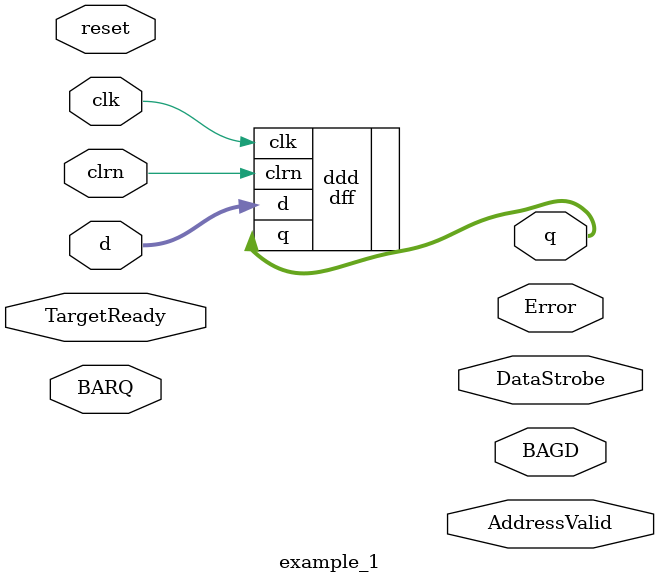
<source format=sv>
module example_1
#( DeviceMaxNumber = 4)
(
    input clrn,
    input [1:0]d,
    output  [1:0]q,

    input  clk,
    input  reset,
    input  [DeviceMaxNumber-1:0]BARQ,
    output [DeviceMaxNumber-1:0]BAGD,
    output AddressValid,
    input TargetReady,
    output DataStrobe,
    output [1:0]Error
);




/*
Arbiter #(.DeviceMaxNumber (4))            Arbiter_inst
(

    .clk            (clk),
    .reset          (reset),
	.BARQ           (BARQ),
	.BAGD           (BAGD),
 	.AddressValid	(AddressValid),
	.TargetReady	(TargetReady),
	.DataStrobe	    (DataStrobe),
	.Error	        (Error)
);*/


dff ddd 
(
    .clk    (clk), 
    .clrn   (clrn),         
    .d      (d), 
    .q      (q)
);
 
endmodule:example_1
</source>
